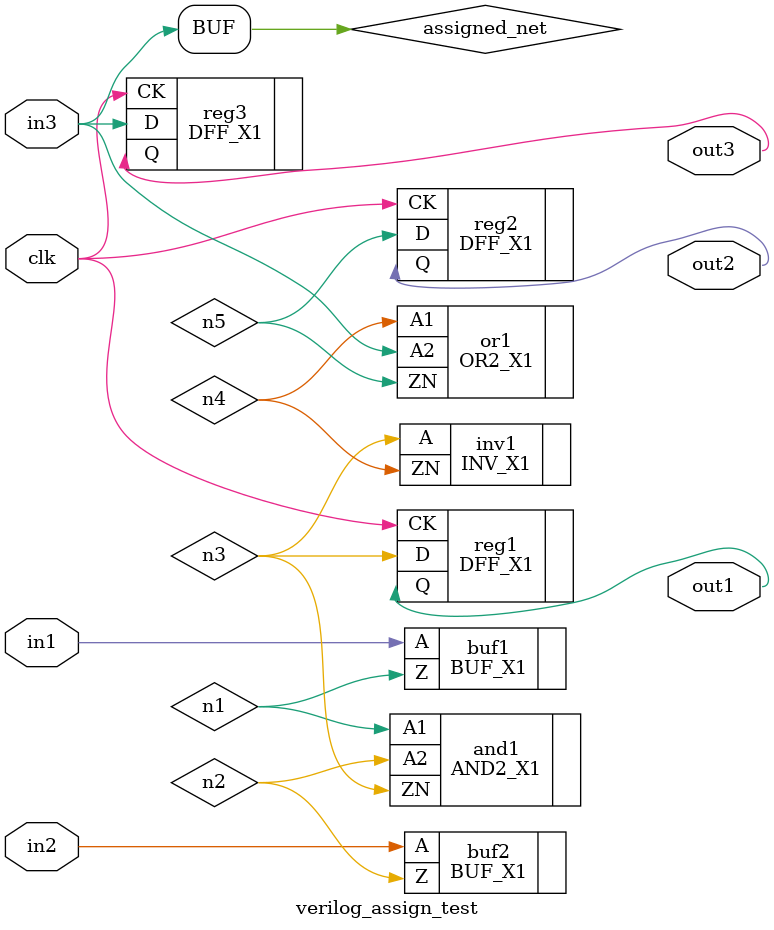
<source format=v>
module verilog_assign_test (clk, in1, in2, in3, out1, out2, out3);
  input clk, in1, in2, in3;
  output out1, out2, out3;
  wire n1, n2, n3, n4, n5;
  wire assigned_net;

  // Continuous assignment (assign statement)
  assign assigned_net = in3;

  BUF_X1 buf1 (.A(in1), .Z(n1));
  BUF_X1 buf2 (.A(in2), .Z(n2));
  AND2_X1 and1 (.A1(n1), .A2(n2), .ZN(n3));
  INV_X1 inv1 (.A(n3), .ZN(n4));
  OR2_X1 or1 (.A1(n4), .A2(assigned_net), .ZN(n5));
  DFF_X1 reg1 (.D(n3), .CK(clk), .Q(out1));
  DFF_X1 reg2 (.D(n5), .CK(clk), .Q(out2));
  DFF_X1 reg3 (.D(assigned_net), .CK(clk), .Q(out3));
endmodule

</source>
